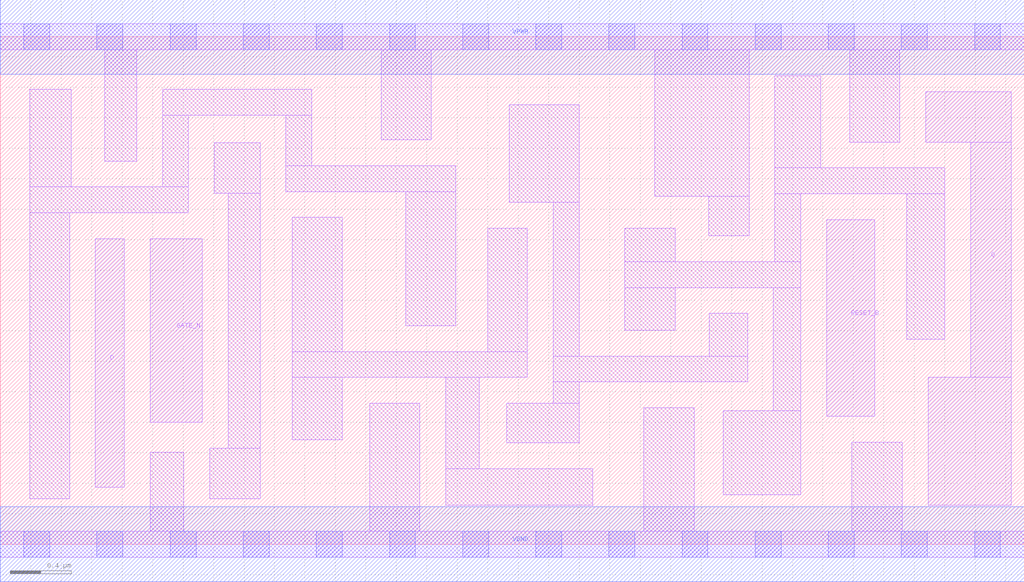
<source format=lef>
# Copyright 2020 The SkyWater PDK Authors
#
# Licensed under the Apache License, Version 2.0 (the "License");
# you may not use this file except in compliance with the License.
# You may obtain a copy of the License at
#
#     https://www.apache.org/licenses/LICENSE-2.0
#
# Unless required by applicable law or agreed to in writing, software
# distributed under the License is distributed on an "AS IS" BASIS,
# WITHOUT WARRANTIES OR CONDITIONS OF ANY KIND, either express or implied.
# See the License for the specific language governing permissions and
# limitations under the License.
#
# SPDX-License-Identifier: Apache-2.0

VERSION 5.7 ;
  NAMESCASESENSITIVE ON ;
  NOWIREEXTENSIONATPIN ON ;
  DIVIDERCHAR "/" ;
  BUSBITCHARS "[]" ;
UNITS
  DATABASE MICRONS 200 ;
END UNITS
MACRO sky130_fd_sc_lp__dlrtn_1
  CLASS CORE ;
  SOURCE USER ;
  FOREIGN sky130_fd_sc_lp__dlrtn_1 ;
  ORIGIN  0.000000  0.000000 ;
  SIZE  6.720000 BY  3.330000 ;
  SYMMETRY X Y R90 ;
  SITE unit ;
  PIN D
    ANTENNAGATEAREA  0.159000 ;
    DIRECTION INPUT ;
    USE SIGNAL ;
    PORT
      LAYER li1 ;
        RECT 0.625000 0.375000 0.815000 2.005000 ;
    END
  END D
  PIN Q
    ANTENNADIFFAREA  0.573300 ;
    DIRECTION OUTPUT ;
    USE SIGNAL ;
    PORT
      LAYER li1 ;
        RECT 6.075000 2.640000 6.635000 2.970000 ;
        RECT 6.090000 0.255000 6.635000 1.095000 ;
        RECT 6.370000 1.095000 6.635000 2.640000 ;
    END
  END Q
  PIN RESET_B
    ANTENNAGATEAREA  0.315000 ;
    DIRECTION INPUT ;
    USE SIGNAL ;
    PORT
      LAYER li1 ;
        RECT 5.425000 0.840000 5.740000 2.130000 ;
    END
  END RESET_B
  PIN GATE_N
    ANTENNAGATEAREA  0.159000 ;
    DIRECTION INPUT ;
    USE CLOCK ;
    PORT
      LAYER li1 ;
        RECT 0.985000 0.800000 1.325000 2.005000 ;
    END
  END GATE_N
  PIN VGND
    DIRECTION INOUT ;
    USE GROUND ;
    PORT
      LAYER met1 ;
        RECT 0.000000 -0.245000 6.720000 0.245000 ;
    END
  END VGND
  PIN VPWR
    DIRECTION INOUT ;
    USE POWER ;
    PORT
      LAYER met1 ;
        RECT 0.000000 3.085000 6.720000 3.575000 ;
    END
  END VPWR
  OBS
    LAYER li1 ;
      RECT 0.000000 -0.085000 6.720000 0.085000 ;
      RECT 0.000000  3.245000 6.720000 3.415000 ;
      RECT 0.195000  0.300000 0.455000 2.175000 ;
      RECT 0.195000  2.175000 1.235000 2.345000 ;
      RECT 0.195000  2.345000 0.465000 2.985000 ;
      RECT 0.685000  2.515000 0.895000 3.245000 ;
      RECT 0.985000  0.085000 1.205000 0.605000 ;
      RECT 1.065000  2.345000 1.235000 2.815000 ;
      RECT 1.065000  2.815000 2.045000 2.985000 ;
      RECT 1.375000  0.300000 1.705000 0.630000 ;
      RECT 1.405000  2.305000 1.705000 2.635000 ;
      RECT 1.495000  0.630000 1.705000 2.305000 ;
      RECT 1.875000  2.315000 2.990000 2.485000 ;
      RECT 1.875000  2.485000 2.045000 2.815000 ;
      RECT 1.915000  0.685000 2.245000 1.095000 ;
      RECT 1.915000  1.095000 3.460000 1.265000 ;
      RECT 1.915000  1.265000 2.245000 2.145000 ;
      RECT 2.425000  0.085000 2.755000 0.925000 ;
      RECT 2.500000  2.655000 2.830000 3.245000 ;
      RECT 2.660000  1.435000 2.990000 2.315000 ;
      RECT 2.925000  0.255000 3.890000 0.495000 ;
      RECT 2.925000  0.495000 3.145000 1.095000 ;
      RECT 3.200000  1.265000 3.460000 2.075000 ;
      RECT 3.325000  0.665000 3.800000 0.925000 ;
      RECT 3.340000  2.245000 3.800000 2.885000 ;
      RECT 3.630000  0.925000 3.800000 1.065000 ;
      RECT 3.630000  1.065000 4.905000 1.235000 ;
      RECT 3.630000  1.235000 3.800000 2.245000 ;
      RECT 4.100000  1.405000 4.430000 1.685000 ;
      RECT 4.100000  1.685000 5.255000 1.855000 ;
      RECT 4.100000  1.855000 4.430000 2.075000 ;
      RECT 4.225000  0.085000 4.555000 0.895000 ;
      RECT 4.295000  2.285000 4.915000 3.245000 ;
      RECT 4.650000  2.025000 4.915000 2.285000 ;
      RECT 4.655000  1.235000 4.905000 1.515000 ;
      RECT 4.745000  0.325000 5.255000 0.875000 ;
      RECT 5.075000  0.875000 5.255000 1.685000 ;
      RECT 5.085000  1.855000 5.255000 2.300000 ;
      RECT 5.085000  2.300000 6.200000 2.470000 ;
      RECT 5.085000  2.470000 5.385000 3.075000 ;
      RECT 5.575000  2.640000 5.905000 3.245000 ;
      RECT 5.590000  0.085000 5.920000 0.670000 ;
      RECT 5.950000  1.345000 6.200000 2.300000 ;
    LAYER mcon ;
      RECT 0.155000 -0.085000 0.325000 0.085000 ;
      RECT 0.155000  3.245000 0.325000 3.415000 ;
      RECT 0.635000 -0.085000 0.805000 0.085000 ;
      RECT 0.635000  3.245000 0.805000 3.415000 ;
      RECT 1.115000 -0.085000 1.285000 0.085000 ;
      RECT 1.115000  3.245000 1.285000 3.415000 ;
      RECT 1.595000 -0.085000 1.765000 0.085000 ;
      RECT 1.595000  3.245000 1.765000 3.415000 ;
      RECT 2.075000 -0.085000 2.245000 0.085000 ;
      RECT 2.075000  3.245000 2.245000 3.415000 ;
      RECT 2.555000 -0.085000 2.725000 0.085000 ;
      RECT 2.555000  3.245000 2.725000 3.415000 ;
      RECT 3.035000 -0.085000 3.205000 0.085000 ;
      RECT 3.035000  3.245000 3.205000 3.415000 ;
      RECT 3.515000 -0.085000 3.685000 0.085000 ;
      RECT 3.515000  3.245000 3.685000 3.415000 ;
      RECT 3.995000 -0.085000 4.165000 0.085000 ;
      RECT 3.995000  3.245000 4.165000 3.415000 ;
      RECT 4.475000 -0.085000 4.645000 0.085000 ;
      RECT 4.475000  3.245000 4.645000 3.415000 ;
      RECT 4.955000 -0.085000 5.125000 0.085000 ;
      RECT 4.955000  3.245000 5.125000 3.415000 ;
      RECT 5.435000 -0.085000 5.605000 0.085000 ;
      RECT 5.435000  3.245000 5.605000 3.415000 ;
      RECT 5.915000 -0.085000 6.085000 0.085000 ;
      RECT 5.915000  3.245000 6.085000 3.415000 ;
      RECT 6.395000 -0.085000 6.565000 0.085000 ;
      RECT 6.395000  3.245000 6.565000 3.415000 ;
  END
END sky130_fd_sc_lp__dlrtn_1

</source>
